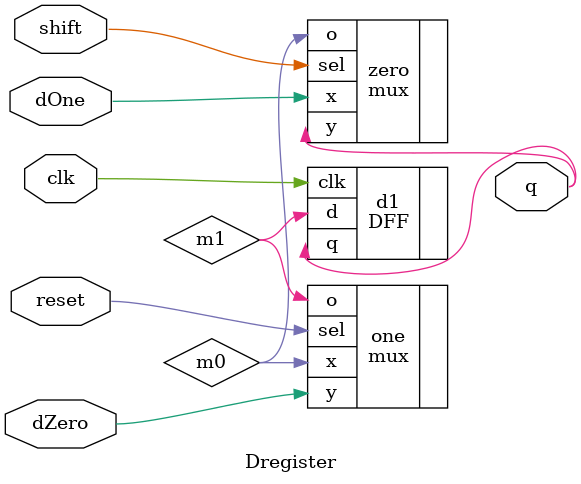
<source format=v>
`timescale 1ns / 1ps


module Dregister(
    input dOne, dZero, shift, reset, clk,
    output q
    );
    wire m0, m1;
    mux zero (.sel(shift),.y(q),.x(dOne),.o(m0));
    mux one (.sel(reset),.x(m0),.y(dZero),.o(m1));
    DFF d1 (.d(m1),.clk(clk),.q(q));
endmodule

</source>
